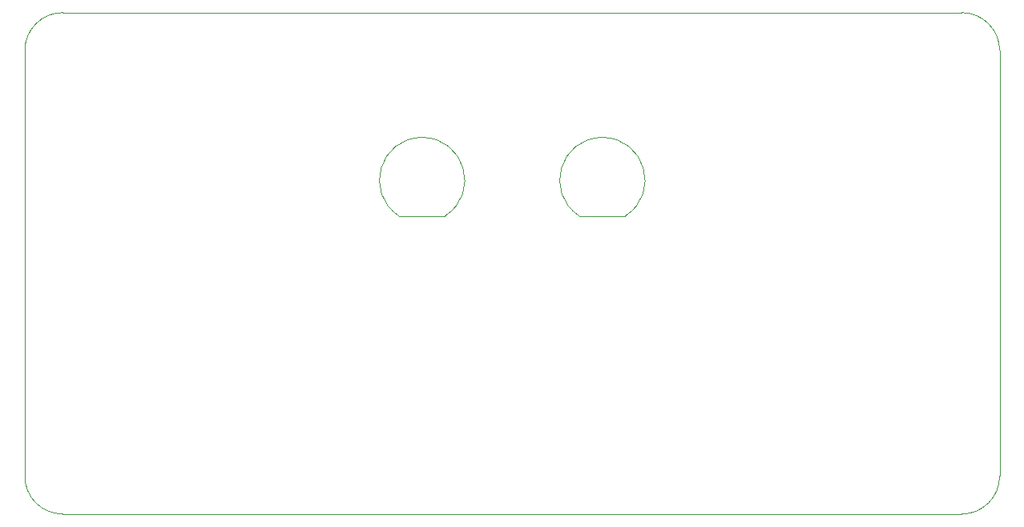
<source format=gbr>
G04 #@! TF.GenerationSoftware,KiCad,Pcbnew,(6.0.5)*
G04 #@! TF.CreationDate,2023-01-29T19:52:40+01:00*
G04 #@! TF.ProjectId,fplate,66706c61-7465-42e6-9b69-6361645f7063,0.8*
G04 #@! TF.SameCoordinates,Original*
G04 #@! TF.FileFunction,Profile,NP*
%FSLAX46Y46*%
G04 Gerber Fmt 4.6, Leading zero omitted, Abs format (unit mm)*
G04 Created by KiCad (PCBNEW (6.0.5)) date 2023-01-29 19:52:40*
%MOMM*%
%LPD*%
G01*
G04 APERTURE LIST*
G04 #@! TA.AperFunction,Profile*
%ADD10C,0.050000*%
G04 #@! TD*
G04 #@! TA.AperFunction,Profile*
%ADD11C,0.100000*%
G04 #@! TD*
G04 APERTURE END LIST*
D10*
X153450000Y-91500000D02*
G75*
G03*
X148600000Y-91500000I-2425000J3800000D01*
G01*
X134400000Y-91500000D02*
G75*
G03*
X129550000Y-91500000I-2425000J3800000D01*
G01*
D11*
X94000000Y-70000000D02*
X189000000Y-70000000D01*
D10*
X148600000Y-91500000D02*
X153450000Y-91500000D01*
D11*
X193000000Y-74000000D02*
X193000000Y-119000000D01*
X94000000Y-70000000D02*
G75*
G03*
X90000000Y-74000000I30J-4000030D01*
G01*
X189000000Y-123000000D02*
G75*
G03*
X193000000Y-119000000I19900J3980100D01*
G01*
X189000000Y-123000000D02*
X94000000Y-123000000D01*
D10*
X129550000Y-91500000D02*
X134400000Y-91500000D01*
D11*
X193000000Y-74000000D02*
G75*
G03*
X189000000Y-70000000I-4000000J0D01*
G01*
X90000000Y-119000000D02*
X90000000Y-74000000D01*
X90000000Y-119000000D02*
G75*
G03*
X94000000Y-123000000I3980100J-19900D01*
G01*
M02*

</source>
